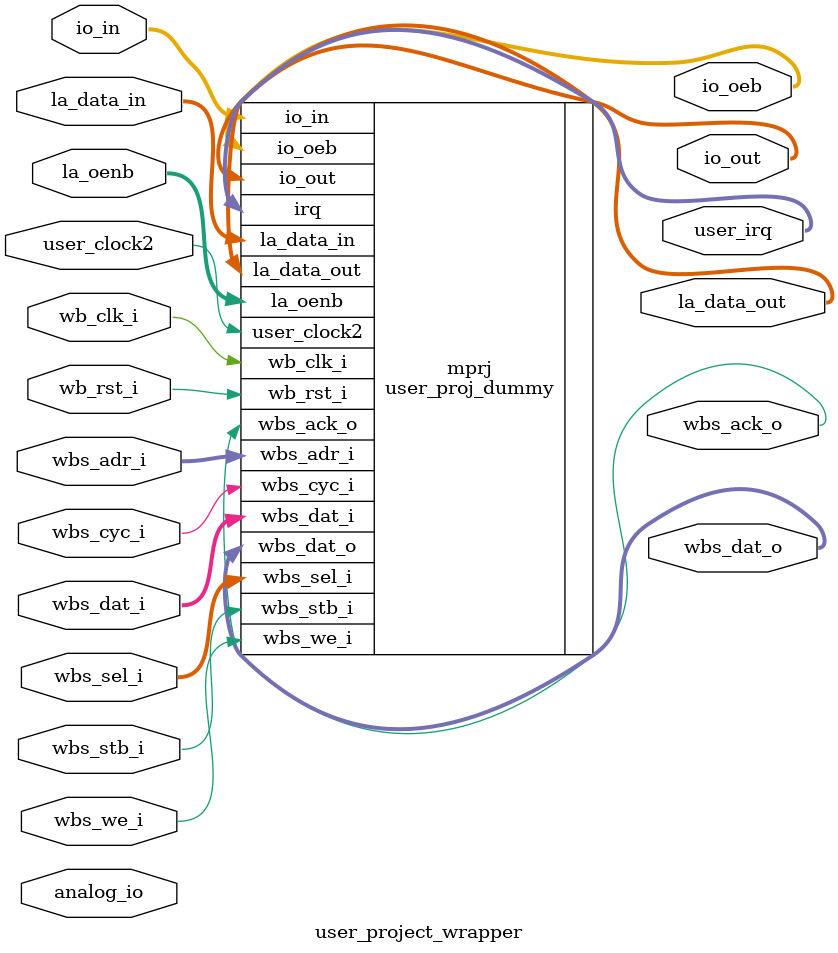
<source format=v>
/* Generated by Yosys 0.9+4052 (git sha1 UNKNOWN, gcc 8.3.1 -fPIC -Os) */

module user_project_wrapper(wb_clk_i, wb_rst_i, wbs_stb_i, wbs_cyc_i, wbs_we_i, wbs_sel_i, wbs_dat_i, wbs_adr_i, wbs_ack_o, wbs_dat_o, la_data_in, la_data_out, la_oenb, io_in, io_out, io_oeb, analog_io, user_clock2, user_irq);
  inout [28:0] analog_io;
  input [37:0] io_in;
  output [37:0] io_oeb;
  output [37:0] io_out;
  input [127:0] la_data_in;
  output [127:0] la_data_out;
  input [127:0] la_oenb;
  input user_clock2;
  output [2:0] user_irq;
  input wb_clk_i;
  input wb_rst_i;
  output wbs_ack_o;
  input [31:0] wbs_adr_i;
  input wbs_cyc_i;
  input [31:0] wbs_dat_i;
  output [31:0] wbs_dat_o;
  input [3:0] wbs_sel_i;
  input wbs_stb_i;
  input wbs_we_i;
  user_proj_dummy mprj (
    .io_in(io_in),
    .io_oeb(io_oeb),
    .io_out(io_out),
    .irq(user_irq),
    .la_data_in(la_data_in),
    .la_data_out(la_data_out),
    .la_oenb(la_oenb),
    .user_clock2(user_clock2),
    .wb_clk_i(wb_clk_i),
    .wb_rst_i(wb_rst_i),
    .wbs_ack_o(wbs_ack_o),
    .wbs_adr_i(wbs_adr_i),
    .wbs_cyc_i(wbs_cyc_i),
    .wbs_dat_i(wbs_dat_i),
    .wbs_dat_o(wbs_dat_o),
    .wbs_sel_i(wbs_sel_i),
    .wbs_stb_i(wbs_stb_i),
    .wbs_we_i(wbs_we_i)
  );
endmodule

</source>
